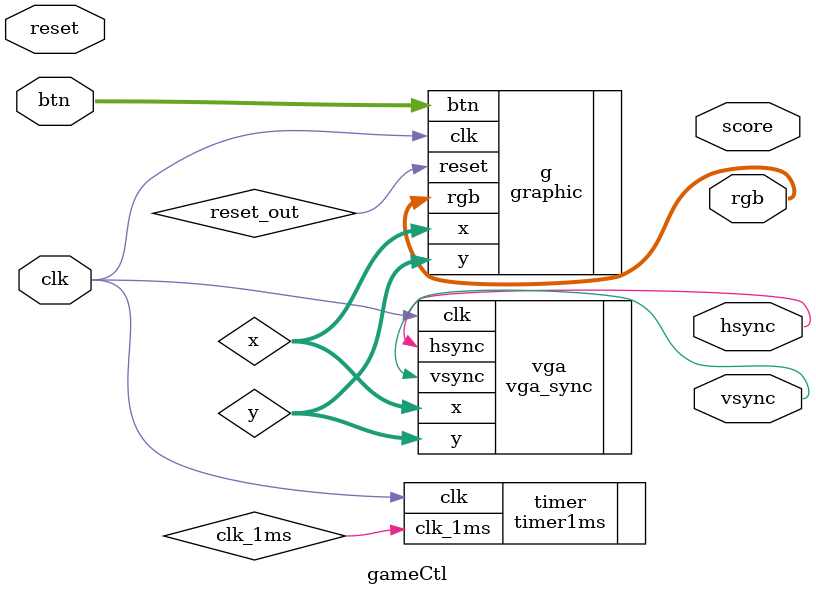
<source format=v>
`timescale 1ns / 1ps
module gameCtl(
    clk,
    btn,
    reset,
    hsync,
    vsync,
    rgb,
    score
    );

    input clk;
    input [3:0]btn;
    input reset;
    output hsync, vsync;
    output [7:0] rgb;
    output [15:0]score;


    wire [8:0] m1_x, m1_y, m2_x, m2_y, m3_x, m3_y;
    wire [8:0] p_x, p_y;
    wire clk_1ms;

    wire [10:0] x, y;

    timer1ms timer(
        .clk(clk),
        .clk_1ms(clk_1ms)
    );

    vga_sync vga(
        .clk(clk),
        .hsync(hsync),
        .vsync(vsync),
        .x(x),
        .y(y)
    );
    /*
    monster
        m1(.clk(clk_1ms), .p_x(p_x), .p_y(p_y), .x(m1_x), y(m1_y)),
        m2(.clk(clk_1ms), .p_x(p_x), .p_y(p_y), .x(m2_x), y(m2_y)),
        m3(.clk(clk_1ms), .p_x(p_x), .p_y(p_y), .x(m3_x), y(m3_y));

    pacman p(.clk(clk_1ms), .btn(btn), .p_x(p_x), .p_y(p_y));
    */

    graphic g(
         .clk(clk),
         .reset(reset_out),
         .x(x),
         .y(y),
         .rgb(rgb),
         .btn(btn)
    );

endmodule

</source>
